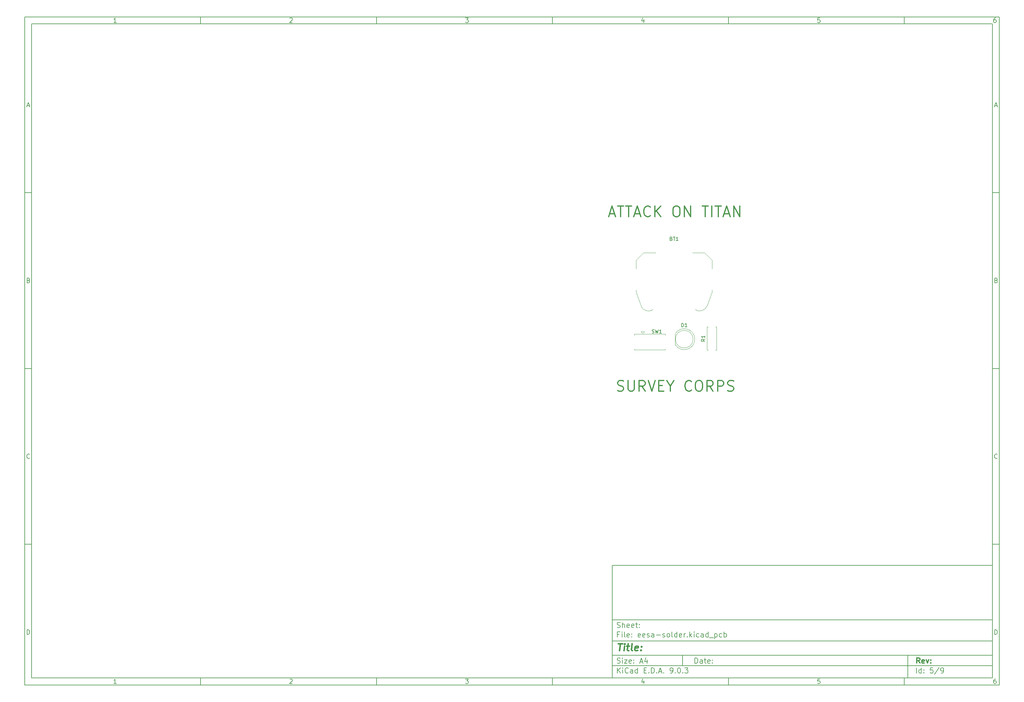
<source format=gbr>
%TF.GenerationSoftware,KiCad,Pcbnew,9.0.3*%
%TF.CreationDate,2025-07-28T16:08:30-05:00*%
%TF.ProjectId,eesa-solder,65657361-2d73-46f6-9c64-65722e6b6963,rev?*%
%TF.SameCoordinates,Original*%
%TF.FileFunction,Legend,Top*%
%TF.FilePolarity,Positive*%
%FSLAX46Y46*%
G04 Gerber Fmt 4.6, Leading zero omitted, Abs format (unit mm)*
G04 Created by KiCad (PCBNEW 9.0.3) date 2025-07-28 16:08:30*
%MOMM*%
%LPD*%
G01*
G04 APERTURE LIST*
%ADD10C,0.100000*%
%ADD11C,0.150000*%
%ADD12C,0.300000*%
%ADD13C,0.400000*%
%ADD14C,0.120000*%
G04 APERTURE END LIST*
D10*
D11*
X177002200Y-166007200D02*
X285002200Y-166007200D01*
X285002200Y-198007200D01*
X177002200Y-198007200D01*
X177002200Y-166007200D01*
D10*
D11*
X10000000Y-10000000D02*
X287002200Y-10000000D01*
X287002200Y-200007200D01*
X10000000Y-200007200D01*
X10000000Y-10000000D01*
D10*
D11*
X12000000Y-12000000D02*
X285002200Y-12000000D01*
X285002200Y-198007200D01*
X12000000Y-198007200D01*
X12000000Y-12000000D01*
D10*
D11*
X60000000Y-12000000D02*
X60000000Y-10000000D01*
D10*
D11*
X110000000Y-12000000D02*
X110000000Y-10000000D01*
D10*
D11*
X160000000Y-12000000D02*
X160000000Y-10000000D01*
D10*
D11*
X210000000Y-12000000D02*
X210000000Y-10000000D01*
D10*
D11*
X260000000Y-12000000D02*
X260000000Y-10000000D01*
D10*
D11*
X36089160Y-11593604D02*
X35346303Y-11593604D01*
X35717731Y-11593604D02*
X35717731Y-10293604D01*
X35717731Y-10293604D02*
X35593922Y-10479319D01*
X35593922Y-10479319D02*
X35470112Y-10603128D01*
X35470112Y-10603128D02*
X35346303Y-10665033D01*
D10*
D11*
X85346303Y-10417414D02*
X85408207Y-10355509D01*
X85408207Y-10355509D02*
X85532017Y-10293604D01*
X85532017Y-10293604D02*
X85841541Y-10293604D01*
X85841541Y-10293604D02*
X85965350Y-10355509D01*
X85965350Y-10355509D02*
X86027255Y-10417414D01*
X86027255Y-10417414D02*
X86089160Y-10541223D01*
X86089160Y-10541223D02*
X86089160Y-10665033D01*
X86089160Y-10665033D02*
X86027255Y-10850747D01*
X86027255Y-10850747D02*
X85284398Y-11593604D01*
X85284398Y-11593604D02*
X86089160Y-11593604D01*
D10*
D11*
X135284398Y-10293604D02*
X136089160Y-10293604D01*
X136089160Y-10293604D02*
X135655826Y-10788842D01*
X135655826Y-10788842D02*
X135841541Y-10788842D01*
X135841541Y-10788842D02*
X135965350Y-10850747D01*
X135965350Y-10850747D02*
X136027255Y-10912652D01*
X136027255Y-10912652D02*
X136089160Y-11036461D01*
X136089160Y-11036461D02*
X136089160Y-11345985D01*
X136089160Y-11345985D02*
X136027255Y-11469795D01*
X136027255Y-11469795D02*
X135965350Y-11531700D01*
X135965350Y-11531700D02*
X135841541Y-11593604D01*
X135841541Y-11593604D02*
X135470112Y-11593604D01*
X135470112Y-11593604D02*
X135346303Y-11531700D01*
X135346303Y-11531700D02*
X135284398Y-11469795D01*
D10*
D11*
X185965350Y-10726938D02*
X185965350Y-11593604D01*
X185655826Y-10231700D02*
X185346303Y-11160271D01*
X185346303Y-11160271D02*
X186151064Y-11160271D01*
D10*
D11*
X236027255Y-10293604D02*
X235408207Y-10293604D01*
X235408207Y-10293604D02*
X235346303Y-10912652D01*
X235346303Y-10912652D02*
X235408207Y-10850747D01*
X235408207Y-10850747D02*
X235532017Y-10788842D01*
X235532017Y-10788842D02*
X235841541Y-10788842D01*
X235841541Y-10788842D02*
X235965350Y-10850747D01*
X235965350Y-10850747D02*
X236027255Y-10912652D01*
X236027255Y-10912652D02*
X236089160Y-11036461D01*
X236089160Y-11036461D02*
X236089160Y-11345985D01*
X236089160Y-11345985D02*
X236027255Y-11469795D01*
X236027255Y-11469795D02*
X235965350Y-11531700D01*
X235965350Y-11531700D02*
X235841541Y-11593604D01*
X235841541Y-11593604D02*
X235532017Y-11593604D01*
X235532017Y-11593604D02*
X235408207Y-11531700D01*
X235408207Y-11531700D02*
X235346303Y-11469795D01*
D10*
D11*
X285965350Y-10293604D02*
X285717731Y-10293604D01*
X285717731Y-10293604D02*
X285593922Y-10355509D01*
X285593922Y-10355509D02*
X285532017Y-10417414D01*
X285532017Y-10417414D02*
X285408207Y-10603128D01*
X285408207Y-10603128D02*
X285346303Y-10850747D01*
X285346303Y-10850747D02*
X285346303Y-11345985D01*
X285346303Y-11345985D02*
X285408207Y-11469795D01*
X285408207Y-11469795D02*
X285470112Y-11531700D01*
X285470112Y-11531700D02*
X285593922Y-11593604D01*
X285593922Y-11593604D02*
X285841541Y-11593604D01*
X285841541Y-11593604D02*
X285965350Y-11531700D01*
X285965350Y-11531700D02*
X286027255Y-11469795D01*
X286027255Y-11469795D02*
X286089160Y-11345985D01*
X286089160Y-11345985D02*
X286089160Y-11036461D01*
X286089160Y-11036461D02*
X286027255Y-10912652D01*
X286027255Y-10912652D02*
X285965350Y-10850747D01*
X285965350Y-10850747D02*
X285841541Y-10788842D01*
X285841541Y-10788842D02*
X285593922Y-10788842D01*
X285593922Y-10788842D02*
X285470112Y-10850747D01*
X285470112Y-10850747D02*
X285408207Y-10912652D01*
X285408207Y-10912652D02*
X285346303Y-11036461D01*
D10*
D11*
X60000000Y-198007200D02*
X60000000Y-200007200D01*
D10*
D11*
X110000000Y-198007200D02*
X110000000Y-200007200D01*
D10*
D11*
X160000000Y-198007200D02*
X160000000Y-200007200D01*
D10*
D11*
X210000000Y-198007200D02*
X210000000Y-200007200D01*
D10*
D11*
X260000000Y-198007200D02*
X260000000Y-200007200D01*
D10*
D11*
X36089160Y-199600804D02*
X35346303Y-199600804D01*
X35717731Y-199600804D02*
X35717731Y-198300804D01*
X35717731Y-198300804D02*
X35593922Y-198486519D01*
X35593922Y-198486519D02*
X35470112Y-198610328D01*
X35470112Y-198610328D02*
X35346303Y-198672233D01*
D10*
D11*
X85346303Y-198424614D02*
X85408207Y-198362709D01*
X85408207Y-198362709D02*
X85532017Y-198300804D01*
X85532017Y-198300804D02*
X85841541Y-198300804D01*
X85841541Y-198300804D02*
X85965350Y-198362709D01*
X85965350Y-198362709D02*
X86027255Y-198424614D01*
X86027255Y-198424614D02*
X86089160Y-198548423D01*
X86089160Y-198548423D02*
X86089160Y-198672233D01*
X86089160Y-198672233D02*
X86027255Y-198857947D01*
X86027255Y-198857947D02*
X85284398Y-199600804D01*
X85284398Y-199600804D02*
X86089160Y-199600804D01*
D10*
D11*
X135284398Y-198300804D02*
X136089160Y-198300804D01*
X136089160Y-198300804D02*
X135655826Y-198796042D01*
X135655826Y-198796042D02*
X135841541Y-198796042D01*
X135841541Y-198796042D02*
X135965350Y-198857947D01*
X135965350Y-198857947D02*
X136027255Y-198919852D01*
X136027255Y-198919852D02*
X136089160Y-199043661D01*
X136089160Y-199043661D02*
X136089160Y-199353185D01*
X136089160Y-199353185D02*
X136027255Y-199476995D01*
X136027255Y-199476995D02*
X135965350Y-199538900D01*
X135965350Y-199538900D02*
X135841541Y-199600804D01*
X135841541Y-199600804D02*
X135470112Y-199600804D01*
X135470112Y-199600804D02*
X135346303Y-199538900D01*
X135346303Y-199538900D02*
X135284398Y-199476995D01*
D10*
D11*
X185965350Y-198734138D02*
X185965350Y-199600804D01*
X185655826Y-198238900D02*
X185346303Y-199167471D01*
X185346303Y-199167471D02*
X186151064Y-199167471D01*
D10*
D11*
X236027255Y-198300804D02*
X235408207Y-198300804D01*
X235408207Y-198300804D02*
X235346303Y-198919852D01*
X235346303Y-198919852D02*
X235408207Y-198857947D01*
X235408207Y-198857947D02*
X235532017Y-198796042D01*
X235532017Y-198796042D02*
X235841541Y-198796042D01*
X235841541Y-198796042D02*
X235965350Y-198857947D01*
X235965350Y-198857947D02*
X236027255Y-198919852D01*
X236027255Y-198919852D02*
X236089160Y-199043661D01*
X236089160Y-199043661D02*
X236089160Y-199353185D01*
X236089160Y-199353185D02*
X236027255Y-199476995D01*
X236027255Y-199476995D02*
X235965350Y-199538900D01*
X235965350Y-199538900D02*
X235841541Y-199600804D01*
X235841541Y-199600804D02*
X235532017Y-199600804D01*
X235532017Y-199600804D02*
X235408207Y-199538900D01*
X235408207Y-199538900D02*
X235346303Y-199476995D01*
D10*
D11*
X285965350Y-198300804D02*
X285717731Y-198300804D01*
X285717731Y-198300804D02*
X285593922Y-198362709D01*
X285593922Y-198362709D02*
X285532017Y-198424614D01*
X285532017Y-198424614D02*
X285408207Y-198610328D01*
X285408207Y-198610328D02*
X285346303Y-198857947D01*
X285346303Y-198857947D02*
X285346303Y-199353185D01*
X285346303Y-199353185D02*
X285408207Y-199476995D01*
X285408207Y-199476995D02*
X285470112Y-199538900D01*
X285470112Y-199538900D02*
X285593922Y-199600804D01*
X285593922Y-199600804D02*
X285841541Y-199600804D01*
X285841541Y-199600804D02*
X285965350Y-199538900D01*
X285965350Y-199538900D02*
X286027255Y-199476995D01*
X286027255Y-199476995D02*
X286089160Y-199353185D01*
X286089160Y-199353185D02*
X286089160Y-199043661D01*
X286089160Y-199043661D02*
X286027255Y-198919852D01*
X286027255Y-198919852D02*
X285965350Y-198857947D01*
X285965350Y-198857947D02*
X285841541Y-198796042D01*
X285841541Y-198796042D02*
X285593922Y-198796042D01*
X285593922Y-198796042D02*
X285470112Y-198857947D01*
X285470112Y-198857947D02*
X285408207Y-198919852D01*
X285408207Y-198919852D02*
X285346303Y-199043661D01*
D10*
D11*
X10000000Y-60000000D02*
X12000000Y-60000000D01*
D10*
D11*
X10000000Y-110000000D02*
X12000000Y-110000000D01*
D10*
D11*
X10000000Y-160000000D02*
X12000000Y-160000000D01*
D10*
D11*
X10690476Y-35222176D02*
X11309523Y-35222176D01*
X10566666Y-35593604D02*
X10999999Y-34293604D01*
X10999999Y-34293604D02*
X11433333Y-35593604D01*
D10*
D11*
X11092857Y-84912652D02*
X11278571Y-84974557D01*
X11278571Y-84974557D02*
X11340476Y-85036461D01*
X11340476Y-85036461D02*
X11402380Y-85160271D01*
X11402380Y-85160271D02*
X11402380Y-85345985D01*
X11402380Y-85345985D02*
X11340476Y-85469795D01*
X11340476Y-85469795D02*
X11278571Y-85531700D01*
X11278571Y-85531700D02*
X11154761Y-85593604D01*
X11154761Y-85593604D02*
X10659523Y-85593604D01*
X10659523Y-85593604D02*
X10659523Y-84293604D01*
X10659523Y-84293604D02*
X11092857Y-84293604D01*
X11092857Y-84293604D02*
X11216666Y-84355509D01*
X11216666Y-84355509D02*
X11278571Y-84417414D01*
X11278571Y-84417414D02*
X11340476Y-84541223D01*
X11340476Y-84541223D02*
X11340476Y-84665033D01*
X11340476Y-84665033D02*
X11278571Y-84788842D01*
X11278571Y-84788842D02*
X11216666Y-84850747D01*
X11216666Y-84850747D02*
X11092857Y-84912652D01*
X11092857Y-84912652D02*
X10659523Y-84912652D01*
D10*
D11*
X11402380Y-135469795D02*
X11340476Y-135531700D01*
X11340476Y-135531700D02*
X11154761Y-135593604D01*
X11154761Y-135593604D02*
X11030952Y-135593604D01*
X11030952Y-135593604D02*
X10845238Y-135531700D01*
X10845238Y-135531700D02*
X10721428Y-135407890D01*
X10721428Y-135407890D02*
X10659523Y-135284080D01*
X10659523Y-135284080D02*
X10597619Y-135036461D01*
X10597619Y-135036461D02*
X10597619Y-134850747D01*
X10597619Y-134850747D02*
X10659523Y-134603128D01*
X10659523Y-134603128D02*
X10721428Y-134479319D01*
X10721428Y-134479319D02*
X10845238Y-134355509D01*
X10845238Y-134355509D02*
X11030952Y-134293604D01*
X11030952Y-134293604D02*
X11154761Y-134293604D01*
X11154761Y-134293604D02*
X11340476Y-134355509D01*
X11340476Y-134355509D02*
X11402380Y-134417414D01*
D10*
D11*
X10659523Y-185593604D02*
X10659523Y-184293604D01*
X10659523Y-184293604D02*
X10969047Y-184293604D01*
X10969047Y-184293604D02*
X11154761Y-184355509D01*
X11154761Y-184355509D02*
X11278571Y-184479319D01*
X11278571Y-184479319D02*
X11340476Y-184603128D01*
X11340476Y-184603128D02*
X11402380Y-184850747D01*
X11402380Y-184850747D02*
X11402380Y-185036461D01*
X11402380Y-185036461D02*
X11340476Y-185284080D01*
X11340476Y-185284080D02*
X11278571Y-185407890D01*
X11278571Y-185407890D02*
X11154761Y-185531700D01*
X11154761Y-185531700D02*
X10969047Y-185593604D01*
X10969047Y-185593604D02*
X10659523Y-185593604D01*
D10*
D11*
X287002200Y-60000000D02*
X285002200Y-60000000D01*
D10*
D11*
X287002200Y-110000000D02*
X285002200Y-110000000D01*
D10*
D11*
X287002200Y-160000000D02*
X285002200Y-160000000D01*
D10*
D11*
X285692676Y-35222176D02*
X286311723Y-35222176D01*
X285568866Y-35593604D02*
X286002199Y-34293604D01*
X286002199Y-34293604D02*
X286435533Y-35593604D01*
D10*
D11*
X286095057Y-84912652D02*
X286280771Y-84974557D01*
X286280771Y-84974557D02*
X286342676Y-85036461D01*
X286342676Y-85036461D02*
X286404580Y-85160271D01*
X286404580Y-85160271D02*
X286404580Y-85345985D01*
X286404580Y-85345985D02*
X286342676Y-85469795D01*
X286342676Y-85469795D02*
X286280771Y-85531700D01*
X286280771Y-85531700D02*
X286156961Y-85593604D01*
X286156961Y-85593604D02*
X285661723Y-85593604D01*
X285661723Y-85593604D02*
X285661723Y-84293604D01*
X285661723Y-84293604D02*
X286095057Y-84293604D01*
X286095057Y-84293604D02*
X286218866Y-84355509D01*
X286218866Y-84355509D02*
X286280771Y-84417414D01*
X286280771Y-84417414D02*
X286342676Y-84541223D01*
X286342676Y-84541223D02*
X286342676Y-84665033D01*
X286342676Y-84665033D02*
X286280771Y-84788842D01*
X286280771Y-84788842D02*
X286218866Y-84850747D01*
X286218866Y-84850747D02*
X286095057Y-84912652D01*
X286095057Y-84912652D02*
X285661723Y-84912652D01*
D10*
D11*
X286404580Y-135469795D02*
X286342676Y-135531700D01*
X286342676Y-135531700D02*
X286156961Y-135593604D01*
X286156961Y-135593604D02*
X286033152Y-135593604D01*
X286033152Y-135593604D02*
X285847438Y-135531700D01*
X285847438Y-135531700D02*
X285723628Y-135407890D01*
X285723628Y-135407890D02*
X285661723Y-135284080D01*
X285661723Y-135284080D02*
X285599819Y-135036461D01*
X285599819Y-135036461D02*
X285599819Y-134850747D01*
X285599819Y-134850747D02*
X285661723Y-134603128D01*
X285661723Y-134603128D02*
X285723628Y-134479319D01*
X285723628Y-134479319D02*
X285847438Y-134355509D01*
X285847438Y-134355509D02*
X286033152Y-134293604D01*
X286033152Y-134293604D02*
X286156961Y-134293604D01*
X286156961Y-134293604D02*
X286342676Y-134355509D01*
X286342676Y-134355509D02*
X286404580Y-134417414D01*
D10*
D11*
X285661723Y-185593604D02*
X285661723Y-184293604D01*
X285661723Y-184293604D02*
X285971247Y-184293604D01*
X285971247Y-184293604D02*
X286156961Y-184355509D01*
X286156961Y-184355509D02*
X286280771Y-184479319D01*
X286280771Y-184479319D02*
X286342676Y-184603128D01*
X286342676Y-184603128D02*
X286404580Y-184850747D01*
X286404580Y-184850747D02*
X286404580Y-185036461D01*
X286404580Y-185036461D02*
X286342676Y-185284080D01*
X286342676Y-185284080D02*
X286280771Y-185407890D01*
X286280771Y-185407890D02*
X286156961Y-185531700D01*
X286156961Y-185531700D02*
X285971247Y-185593604D01*
X285971247Y-185593604D02*
X285661723Y-185593604D01*
D10*
D11*
X200458026Y-193793328D02*
X200458026Y-192293328D01*
X200458026Y-192293328D02*
X200815169Y-192293328D01*
X200815169Y-192293328D02*
X201029455Y-192364757D01*
X201029455Y-192364757D02*
X201172312Y-192507614D01*
X201172312Y-192507614D02*
X201243741Y-192650471D01*
X201243741Y-192650471D02*
X201315169Y-192936185D01*
X201315169Y-192936185D02*
X201315169Y-193150471D01*
X201315169Y-193150471D02*
X201243741Y-193436185D01*
X201243741Y-193436185D02*
X201172312Y-193579042D01*
X201172312Y-193579042D02*
X201029455Y-193721900D01*
X201029455Y-193721900D02*
X200815169Y-193793328D01*
X200815169Y-193793328D02*
X200458026Y-193793328D01*
X202600884Y-193793328D02*
X202600884Y-193007614D01*
X202600884Y-193007614D02*
X202529455Y-192864757D01*
X202529455Y-192864757D02*
X202386598Y-192793328D01*
X202386598Y-192793328D02*
X202100884Y-192793328D01*
X202100884Y-192793328D02*
X201958026Y-192864757D01*
X202600884Y-193721900D02*
X202458026Y-193793328D01*
X202458026Y-193793328D02*
X202100884Y-193793328D01*
X202100884Y-193793328D02*
X201958026Y-193721900D01*
X201958026Y-193721900D02*
X201886598Y-193579042D01*
X201886598Y-193579042D02*
X201886598Y-193436185D01*
X201886598Y-193436185D02*
X201958026Y-193293328D01*
X201958026Y-193293328D02*
X202100884Y-193221900D01*
X202100884Y-193221900D02*
X202458026Y-193221900D01*
X202458026Y-193221900D02*
X202600884Y-193150471D01*
X203100884Y-192793328D02*
X203672312Y-192793328D01*
X203315169Y-192293328D02*
X203315169Y-193579042D01*
X203315169Y-193579042D02*
X203386598Y-193721900D01*
X203386598Y-193721900D02*
X203529455Y-193793328D01*
X203529455Y-193793328D02*
X203672312Y-193793328D01*
X204743741Y-193721900D02*
X204600884Y-193793328D01*
X204600884Y-193793328D02*
X204315170Y-193793328D01*
X204315170Y-193793328D02*
X204172312Y-193721900D01*
X204172312Y-193721900D02*
X204100884Y-193579042D01*
X204100884Y-193579042D02*
X204100884Y-193007614D01*
X204100884Y-193007614D02*
X204172312Y-192864757D01*
X204172312Y-192864757D02*
X204315170Y-192793328D01*
X204315170Y-192793328D02*
X204600884Y-192793328D01*
X204600884Y-192793328D02*
X204743741Y-192864757D01*
X204743741Y-192864757D02*
X204815170Y-193007614D01*
X204815170Y-193007614D02*
X204815170Y-193150471D01*
X204815170Y-193150471D02*
X204100884Y-193293328D01*
X205458026Y-193650471D02*
X205529455Y-193721900D01*
X205529455Y-193721900D02*
X205458026Y-193793328D01*
X205458026Y-193793328D02*
X205386598Y-193721900D01*
X205386598Y-193721900D02*
X205458026Y-193650471D01*
X205458026Y-193650471D02*
X205458026Y-193793328D01*
X205458026Y-192864757D02*
X205529455Y-192936185D01*
X205529455Y-192936185D02*
X205458026Y-193007614D01*
X205458026Y-193007614D02*
X205386598Y-192936185D01*
X205386598Y-192936185D02*
X205458026Y-192864757D01*
X205458026Y-192864757D02*
X205458026Y-193007614D01*
D10*
D11*
X177002200Y-194507200D02*
X285002200Y-194507200D01*
D10*
D11*
X178458026Y-196593328D02*
X178458026Y-195093328D01*
X179315169Y-196593328D02*
X178672312Y-195736185D01*
X179315169Y-195093328D02*
X178458026Y-195950471D01*
X179958026Y-196593328D02*
X179958026Y-195593328D01*
X179958026Y-195093328D02*
X179886598Y-195164757D01*
X179886598Y-195164757D02*
X179958026Y-195236185D01*
X179958026Y-195236185D02*
X180029455Y-195164757D01*
X180029455Y-195164757D02*
X179958026Y-195093328D01*
X179958026Y-195093328D02*
X179958026Y-195236185D01*
X181529455Y-196450471D02*
X181458027Y-196521900D01*
X181458027Y-196521900D02*
X181243741Y-196593328D01*
X181243741Y-196593328D02*
X181100884Y-196593328D01*
X181100884Y-196593328D02*
X180886598Y-196521900D01*
X180886598Y-196521900D02*
X180743741Y-196379042D01*
X180743741Y-196379042D02*
X180672312Y-196236185D01*
X180672312Y-196236185D02*
X180600884Y-195950471D01*
X180600884Y-195950471D02*
X180600884Y-195736185D01*
X180600884Y-195736185D02*
X180672312Y-195450471D01*
X180672312Y-195450471D02*
X180743741Y-195307614D01*
X180743741Y-195307614D02*
X180886598Y-195164757D01*
X180886598Y-195164757D02*
X181100884Y-195093328D01*
X181100884Y-195093328D02*
X181243741Y-195093328D01*
X181243741Y-195093328D02*
X181458027Y-195164757D01*
X181458027Y-195164757D02*
X181529455Y-195236185D01*
X182815170Y-196593328D02*
X182815170Y-195807614D01*
X182815170Y-195807614D02*
X182743741Y-195664757D01*
X182743741Y-195664757D02*
X182600884Y-195593328D01*
X182600884Y-195593328D02*
X182315170Y-195593328D01*
X182315170Y-195593328D02*
X182172312Y-195664757D01*
X182815170Y-196521900D02*
X182672312Y-196593328D01*
X182672312Y-196593328D02*
X182315170Y-196593328D01*
X182315170Y-196593328D02*
X182172312Y-196521900D01*
X182172312Y-196521900D02*
X182100884Y-196379042D01*
X182100884Y-196379042D02*
X182100884Y-196236185D01*
X182100884Y-196236185D02*
X182172312Y-196093328D01*
X182172312Y-196093328D02*
X182315170Y-196021900D01*
X182315170Y-196021900D02*
X182672312Y-196021900D01*
X182672312Y-196021900D02*
X182815170Y-195950471D01*
X184172313Y-196593328D02*
X184172313Y-195093328D01*
X184172313Y-196521900D02*
X184029455Y-196593328D01*
X184029455Y-196593328D02*
X183743741Y-196593328D01*
X183743741Y-196593328D02*
X183600884Y-196521900D01*
X183600884Y-196521900D02*
X183529455Y-196450471D01*
X183529455Y-196450471D02*
X183458027Y-196307614D01*
X183458027Y-196307614D02*
X183458027Y-195879042D01*
X183458027Y-195879042D02*
X183529455Y-195736185D01*
X183529455Y-195736185D02*
X183600884Y-195664757D01*
X183600884Y-195664757D02*
X183743741Y-195593328D01*
X183743741Y-195593328D02*
X184029455Y-195593328D01*
X184029455Y-195593328D02*
X184172313Y-195664757D01*
X186029455Y-195807614D02*
X186529455Y-195807614D01*
X186743741Y-196593328D02*
X186029455Y-196593328D01*
X186029455Y-196593328D02*
X186029455Y-195093328D01*
X186029455Y-195093328D02*
X186743741Y-195093328D01*
X187386598Y-196450471D02*
X187458027Y-196521900D01*
X187458027Y-196521900D02*
X187386598Y-196593328D01*
X187386598Y-196593328D02*
X187315170Y-196521900D01*
X187315170Y-196521900D02*
X187386598Y-196450471D01*
X187386598Y-196450471D02*
X187386598Y-196593328D01*
X188100884Y-196593328D02*
X188100884Y-195093328D01*
X188100884Y-195093328D02*
X188458027Y-195093328D01*
X188458027Y-195093328D02*
X188672313Y-195164757D01*
X188672313Y-195164757D02*
X188815170Y-195307614D01*
X188815170Y-195307614D02*
X188886599Y-195450471D01*
X188886599Y-195450471D02*
X188958027Y-195736185D01*
X188958027Y-195736185D02*
X188958027Y-195950471D01*
X188958027Y-195950471D02*
X188886599Y-196236185D01*
X188886599Y-196236185D02*
X188815170Y-196379042D01*
X188815170Y-196379042D02*
X188672313Y-196521900D01*
X188672313Y-196521900D02*
X188458027Y-196593328D01*
X188458027Y-196593328D02*
X188100884Y-196593328D01*
X189600884Y-196450471D02*
X189672313Y-196521900D01*
X189672313Y-196521900D02*
X189600884Y-196593328D01*
X189600884Y-196593328D02*
X189529456Y-196521900D01*
X189529456Y-196521900D02*
X189600884Y-196450471D01*
X189600884Y-196450471D02*
X189600884Y-196593328D01*
X190243742Y-196164757D02*
X190958028Y-196164757D01*
X190100885Y-196593328D02*
X190600885Y-195093328D01*
X190600885Y-195093328D02*
X191100885Y-196593328D01*
X191600884Y-196450471D02*
X191672313Y-196521900D01*
X191672313Y-196521900D02*
X191600884Y-196593328D01*
X191600884Y-196593328D02*
X191529456Y-196521900D01*
X191529456Y-196521900D02*
X191600884Y-196450471D01*
X191600884Y-196450471D02*
X191600884Y-196593328D01*
X193529456Y-196593328D02*
X193815170Y-196593328D01*
X193815170Y-196593328D02*
X193958027Y-196521900D01*
X193958027Y-196521900D02*
X194029456Y-196450471D01*
X194029456Y-196450471D02*
X194172313Y-196236185D01*
X194172313Y-196236185D02*
X194243742Y-195950471D01*
X194243742Y-195950471D02*
X194243742Y-195379042D01*
X194243742Y-195379042D02*
X194172313Y-195236185D01*
X194172313Y-195236185D02*
X194100885Y-195164757D01*
X194100885Y-195164757D02*
X193958027Y-195093328D01*
X193958027Y-195093328D02*
X193672313Y-195093328D01*
X193672313Y-195093328D02*
X193529456Y-195164757D01*
X193529456Y-195164757D02*
X193458027Y-195236185D01*
X193458027Y-195236185D02*
X193386599Y-195379042D01*
X193386599Y-195379042D02*
X193386599Y-195736185D01*
X193386599Y-195736185D02*
X193458027Y-195879042D01*
X193458027Y-195879042D02*
X193529456Y-195950471D01*
X193529456Y-195950471D02*
X193672313Y-196021900D01*
X193672313Y-196021900D02*
X193958027Y-196021900D01*
X193958027Y-196021900D02*
X194100885Y-195950471D01*
X194100885Y-195950471D02*
X194172313Y-195879042D01*
X194172313Y-195879042D02*
X194243742Y-195736185D01*
X194886598Y-196450471D02*
X194958027Y-196521900D01*
X194958027Y-196521900D02*
X194886598Y-196593328D01*
X194886598Y-196593328D02*
X194815170Y-196521900D01*
X194815170Y-196521900D02*
X194886598Y-196450471D01*
X194886598Y-196450471D02*
X194886598Y-196593328D01*
X195886599Y-195093328D02*
X196029456Y-195093328D01*
X196029456Y-195093328D02*
X196172313Y-195164757D01*
X196172313Y-195164757D02*
X196243742Y-195236185D01*
X196243742Y-195236185D02*
X196315170Y-195379042D01*
X196315170Y-195379042D02*
X196386599Y-195664757D01*
X196386599Y-195664757D02*
X196386599Y-196021900D01*
X196386599Y-196021900D02*
X196315170Y-196307614D01*
X196315170Y-196307614D02*
X196243742Y-196450471D01*
X196243742Y-196450471D02*
X196172313Y-196521900D01*
X196172313Y-196521900D02*
X196029456Y-196593328D01*
X196029456Y-196593328D02*
X195886599Y-196593328D01*
X195886599Y-196593328D02*
X195743742Y-196521900D01*
X195743742Y-196521900D02*
X195672313Y-196450471D01*
X195672313Y-196450471D02*
X195600884Y-196307614D01*
X195600884Y-196307614D02*
X195529456Y-196021900D01*
X195529456Y-196021900D02*
X195529456Y-195664757D01*
X195529456Y-195664757D02*
X195600884Y-195379042D01*
X195600884Y-195379042D02*
X195672313Y-195236185D01*
X195672313Y-195236185D02*
X195743742Y-195164757D01*
X195743742Y-195164757D02*
X195886599Y-195093328D01*
X197029455Y-196450471D02*
X197100884Y-196521900D01*
X197100884Y-196521900D02*
X197029455Y-196593328D01*
X197029455Y-196593328D02*
X196958027Y-196521900D01*
X196958027Y-196521900D02*
X197029455Y-196450471D01*
X197029455Y-196450471D02*
X197029455Y-196593328D01*
X197600884Y-195093328D02*
X198529456Y-195093328D01*
X198529456Y-195093328D02*
X198029456Y-195664757D01*
X198029456Y-195664757D02*
X198243741Y-195664757D01*
X198243741Y-195664757D02*
X198386599Y-195736185D01*
X198386599Y-195736185D02*
X198458027Y-195807614D01*
X198458027Y-195807614D02*
X198529456Y-195950471D01*
X198529456Y-195950471D02*
X198529456Y-196307614D01*
X198529456Y-196307614D02*
X198458027Y-196450471D01*
X198458027Y-196450471D02*
X198386599Y-196521900D01*
X198386599Y-196521900D02*
X198243741Y-196593328D01*
X198243741Y-196593328D02*
X197815170Y-196593328D01*
X197815170Y-196593328D02*
X197672313Y-196521900D01*
X197672313Y-196521900D02*
X197600884Y-196450471D01*
D10*
D11*
X177002200Y-191507200D02*
X285002200Y-191507200D01*
D10*
D12*
X264413853Y-193785528D02*
X263913853Y-193071242D01*
X263556710Y-193785528D02*
X263556710Y-192285528D01*
X263556710Y-192285528D02*
X264128139Y-192285528D01*
X264128139Y-192285528D02*
X264270996Y-192356957D01*
X264270996Y-192356957D02*
X264342425Y-192428385D01*
X264342425Y-192428385D02*
X264413853Y-192571242D01*
X264413853Y-192571242D02*
X264413853Y-192785528D01*
X264413853Y-192785528D02*
X264342425Y-192928385D01*
X264342425Y-192928385D02*
X264270996Y-192999814D01*
X264270996Y-192999814D02*
X264128139Y-193071242D01*
X264128139Y-193071242D02*
X263556710Y-193071242D01*
X265628139Y-193714100D02*
X265485282Y-193785528D01*
X265485282Y-193785528D02*
X265199568Y-193785528D01*
X265199568Y-193785528D02*
X265056710Y-193714100D01*
X265056710Y-193714100D02*
X264985282Y-193571242D01*
X264985282Y-193571242D02*
X264985282Y-192999814D01*
X264985282Y-192999814D02*
X265056710Y-192856957D01*
X265056710Y-192856957D02*
X265199568Y-192785528D01*
X265199568Y-192785528D02*
X265485282Y-192785528D01*
X265485282Y-192785528D02*
X265628139Y-192856957D01*
X265628139Y-192856957D02*
X265699568Y-192999814D01*
X265699568Y-192999814D02*
X265699568Y-193142671D01*
X265699568Y-193142671D02*
X264985282Y-193285528D01*
X266199567Y-192785528D02*
X266556710Y-193785528D01*
X266556710Y-193785528D02*
X266913853Y-192785528D01*
X267485281Y-193642671D02*
X267556710Y-193714100D01*
X267556710Y-193714100D02*
X267485281Y-193785528D01*
X267485281Y-193785528D02*
X267413853Y-193714100D01*
X267413853Y-193714100D02*
X267485281Y-193642671D01*
X267485281Y-193642671D02*
X267485281Y-193785528D01*
X267485281Y-192856957D02*
X267556710Y-192928385D01*
X267556710Y-192928385D02*
X267485281Y-192999814D01*
X267485281Y-192999814D02*
X267413853Y-192928385D01*
X267413853Y-192928385D02*
X267485281Y-192856957D01*
X267485281Y-192856957D02*
X267485281Y-192999814D01*
D10*
D11*
X178386598Y-193721900D02*
X178600884Y-193793328D01*
X178600884Y-193793328D02*
X178958026Y-193793328D01*
X178958026Y-193793328D02*
X179100884Y-193721900D01*
X179100884Y-193721900D02*
X179172312Y-193650471D01*
X179172312Y-193650471D02*
X179243741Y-193507614D01*
X179243741Y-193507614D02*
X179243741Y-193364757D01*
X179243741Y-193364757D02*
X179172312Y-193221900D01*
X179172312Y-193221900D02*
X179100884Y-193150471D01*
X179100884Y-193150471D02*
X178958026Y-193079042D01*
X178958026Y-193079042D02*
X178672312Y-193007614D01*
X178672312Y-193007614D02*
X178529455Y-192936185D01*
X178529455Y-192936185D02*
X178458026Y-192864757D01*
X178458026Y-192864757D02*
X178386598Y-192721900D01*
X178386598Y-192721900D02*
X178386598Y-192579042D01*
X178386598Y-192579042D02*
X178458026Y-192436185D01*
X178458026Y-192436185D02*
X178529455Y-192364757D01*
X178529455Y-192364757D02*
X178672312Y-192293328D01*
X178672312Y-192293328D02*
X179029455Y-192293328D01*
X179029455Y-192293328D02*
X179243741Y-192364757D01*
X179886597Y-193793328D02*
X179886597Y-192793328D01*
X179886597Y-192293328D02*
X179815169Y-192364757D01*
X179815169Y-192364757D02*
X179886597Y-192436185D01*
X179886597Y-192436185D02*
X179958026Y-192364757D01*
X179958026Y-192364757D02*
X179886597Y-192293328D01*
X179886597Y-192293328D02*
X179886597Y-192436185D01*
X180458026Y-192793328D02*
X181243741Y-192793328D01*
X181243741Y-192793328D02*
X180458026Y-193793328D01*
X180458026Y-193793328D02*
X181243741Y-193793328D01*
X182386598Y-193721900D02*
X182243741Y-193793328D01*
X182243741Y-193793328D02*
X181958027Y-193793328D01*
X181958027Y-193793328D02*
X181815169Y-193721900D01*
X181815169Y-193721900D02*
X181743741Y-193579042D01*
X181743741Y-193579042D02*
X181743741Y-193007614D01*
X181743741Y-193007614D02*
X181815169Y-192864757D01*
X181815169Y-192864757D02*
X181958027Y-192793328D01*
X181958027Y-192793328D02*
X182243741Y-192793328D01*
X182243741Y-192793328D02*
X182386598Y-192864757D01*
X182386598Y-192864757D02*
X182458027Y-193007614D01*
X182458027Y-193007614D02*
X182458027Y-193150471D01*
X182458027Y-193150471D02*
X181743741Y-193293328D01*
X183100883Y-193650471D02*
X183172312Y-193721900D01*
X183172312Y-193721900D02*
X183100883Y-193793328D01*
X183100883Y-193793328D02*
X183029455Y-193721900D01*
X183029455Y-193721900D02*
X183100883Y-193650471D01*
X183100883Y-193650471D02*
X183100883Y-193793328D01*
X183100883Y-192864757D02*
X183172312Y-192936185D01*
X183172312Y-192936185D02*
X183100883Y-193007614D01*
X183100883Y-193007614D02*
X183029455Y-192936185D01*
X183029455Y-192936185D02*
X183100883Y-192864757D01*
X183100883Y-192864757D02*
X183100883Y-193007614D01*
X184886598Y-193364757D02*
X185600884Y-193364757D01*
X184743741Y-193793328D02*
X185243741Y-192293328D01*
X185243741Y-192293328D02*
X185743741Y-193793328D01*
X186886598Y-192793328D02*
X186886598Y-193793328D01*
X186529455Y-192221900D02*
X186172312Y-193293328D01*
X186172312Y-193293328D02*
X187100883Y-193293328D01*
D10*
D11*
X263458026Y-196593328D02*
X263458026Y-195093328D01*
X264815170Y-196593328D02*
X264815170Y-195093328D01*
X264815170Y-196521900D02*
X264672312Y-196593328D01*
X264672312Y-196593328D02*
X264386598Y-196593328D01*
X264386598Y-196593328D02*
X264243741Y-196521900D01*
X264243741Y-196521900D02*
X264172312Y-196450471D01*
X264172312Y-196450471D02*
X264100884Y-196307614D01*
X264100884Y-196307614D02*
X264100884Y-195879042D01*
X264100884Y-195879042D02*
X264172312Y-195736185D01*
X264172312Y-195736185D02*
X264243741Y-195664757D01*
X264243741Y-195664757D02*
X264386598Y-195593328D01*
X264386598Y-195593328D02*
X264672312Y-195593328D01*
X264672312Y-195593328D02*
X264815170Y-195664757D01*
X265529455Y-196450471D02*
X265600884Y-196521900D01*
X265600884Y-196521900D02*
X265529455Y-196593328D01*
X265529455Y-196593328D02*
X265458027Y-196521900D01*
X265458027Y-196521900D02*
X265529455Y-196450471D01*
X265529455Y-196450471D02*
X265529455Y-196593328D01*
X265529455Y-195664757D02*
X265600884Y-195736185D01*
X265600884Y-195736185D02*
X265529455Y-195807614D01*
X265529455Y-195807614D02*
X265458027Y-195736185D01*
X265458027Y-195736185D02*
X265529455Y-195664757D01*
X265529455Y-195664757D02*
X265529455Y-195807614D01*
X268100884Y-195093328D02*
X267386598Y-195093328D01*
X267386598Y-195093328D02*
X267315170Y-195807614D01*
X267315170Y-195807614D02*
X267386598Y-195736185D01*
X267386598Y-195736185D02*
X267529456Y-195664757D01*
X267529456Y-195664757D02*
X267886598Y-195664757D01*
X267886598Y-195664757D02*
X268029456Y-195736185D01*
X268029456Y-195736185D02*
X268100884Y-195807614D01*
X268100884Y-195807614D02*
X268172313Y-195950471D01*
X268172313Y-195950471D02*
X268172313Y-196307614D01*
X268172313Y-196307614D02*
X268100884Y-196450471D01*
X268100884Y-196450471D02*
X268029456Y-196521900D01*
X268029456Y-196521900D02*
X267886598Y-196593328D01*
X267886598Y-196593328D02*
X267529456Y-196593328D01*
X267529456Y-196593328D02*
X267386598Y-196521900D01*
X267386598Y-196521900D02*
X267315170Y-196450471D01*
X269886598Y-195021900D02*
X268600884Y-196950471D01*
X270458027Y-196593328D02*
X270743741Y-196593328D01*
X270743741Y-196593328D02*
X270886598Y-196521900D01*
X270886598Y-196521900D02*
X270958027Y-196450471D01*
X270958027Y-196450471D02*
X271100884Y-196236185D01*
X271100884Y-196236185D02*
X271172313Y-195950471D01*
X271172313Y-195950471D02*
X271172313Y-195379042D01*
X271172313Y-195379042D02*
X271100884Y-195236185D01*
X271100884Y-195236185D02*
X271029456Y-195164757D01*
X271029456Y-195164757D02*
X270886598Y-195093328D01*
X270886598Y-195093328D02*
X270600884Y-195093328D01*
X270600884Y-195093328D02*
X270458027Y-195164757D01*
X270458027Y-195164757D02*
X270386598Y-195236185D01*
X270386598Y-195236185D02*
X270315170Y-195379042D01*
X270315170Y-195379042D02*
X270315170Y-195736185D01*
X270315170Y-195736185D02*
X270386598Y-195879042D01*
X270386598Y-195879042D02*
X270458027Y-195950471D01*
X270458027Y-195950471D02*
X270600884Y-196021900D01*
X270600884Y-196021900D02*
X270886598Y-196021900D01*
X270886598Y-196021900D02*
X271029456Y-195950471D01*
X271029456Y-195950471D02*
X271100884Y-195879042D01*
X271100884Y-195879042D02*
X271172313Y-195736185D01*
D10*
D11*
X177002200Y-187507200D02*
X285002200Y-187507200D01*
D10*
D13*
X178693928Y-188211638D02*
X179836785Y-188211638D01*
X179015357Y-190211638D02*
X179265357Y-188211638D01*
X180253452Y-190211638D02*
X180420119Y-188878304D01*
X180503452Y-188211638D02*
X180396309Y-188306876D01*
X180396309Y-188306876D02*
X180479643Y-188402114D01*
X180479643Y-188402114D02*
X180586786Y-188306876D01*
X180586786Y-188306876D02*
X180503452Y-188211638D01*
X180503452Y-188211638D02*
X180479643Y-188402114D01*
X181086786Y-188878304D02*
X181848690Y-188878304D01*
X181455833Y-188211638D02*
X181241548Y-189925923D01*
X181241548Y-189925923D02*
X181312976Y-190116400D01*
X181312976Y-190116400D02*
X181491548Y-190211638D01*
X181491548Y-190211638D02*
X181682024Y-190211638D01*
X182634405Y-190211638D02*
X182455833Y-190116400D01*
X182455833Y-190116400D02*
X182384405Y-189925923D01*
X182384405Y-189925923D02*
X182598690Y-188211638D01*
X184170119Y-190116400D02*
X183967738Y-190211638D01*
X183967738Y-190211638D02*
X183586785Y-190211638D01*
X183586785Y-190211638D02*
X183408214Y-190116400D01*
X183408214Y-190116400D02*
X183336785Y-189925923D01*
X183336785Y-189925923D02*
X183432024Y-189164019D01*
X183432024Y-189164019D02*
X183551071Y-188973542D01*
X183551071Y-188973542D02*
X183753452Y-188878304D01*
X183753452Y-188878304D02*
X184134404Y-188878304D01*
X184134404Y-188878304D02*
X184312976Y-188973542D01*
X184312976Y-188973542D02*
X184384404Y-189164019D01*
X184384404Y-189164019D02*
X184360595Y-189354495D01*
X184360595Y-189354495D02*
X183384404Y-189544971D01*
X185134405Y-190021161D02*
X185217738Y-190116400D01*
X185217738Y-190116400D02*
X185110595Y-190211638D01*
X185110595Y-190211638D02*
X185027262Y-190116400D01*
X185027262Y-190116400D02*
X185134405Y-190021161D01*
X185134405Y-190021161D02*
X185110595Y-190211638D01*
X185265357Y-188973542D02*
X185348690Y-189068780D01*
X185348690Y-189068780D02*
X185241548Y-189164019D01*
X185241548Y-189164019D02*
X185158214Y-189068780D01*
X185158214Y-189068780D02*
X185265357Y-188973542D01*
X185265357Y-188973542D02*
X185241548Y-189164019D01*
D10*
D11*
X178958026Y-185607614D02*
X178458026Y-185607614D01*
X178458026Y-186393328D02*
X178458026Y-184893328D01*
X178458026Y-184893328D02*
X179172312Y-184893328D01*
X179743740Y-186393328D02*
X179743740Y-185393328D01*
X179743740Y-184893328D02*
X179672312Y-184964757D01*
X179672312Y-184964757D02*
X179743740Y-185036185D01*
X179743740Y-185036185D02*
X179815169Y-184964757D01*
X179815169Y-184964757D02*
X179743740Y-184893328D01*
X179743740Y-184893328D02*
X179743740Y-185036185D01*
X180672312Y-186393328D02*
X180529455Y-186321900D01*
X180529455Y-186321900D02*
X180458026Y-186179042D01*
X180458026Y-186179042D02*
X180458026Y-184893328D01*
X181815169Y-186321900D02*
X181672312Y-186393328D01*
X181672312Y-186393328D02*
X181386598Y-186393328D01*
X181386598Y-186393328D02*
X181243740Y-186321900D01*
X181243740Y-186321900D02*
X181172312Y-186179042D01*
X181172312Y-186179042D02*
X181172312Y-185607614D01*
X181172312Y-185607614D02*
X181243740Y-185464757D01*
X181243740Y-185464757D02*
X181386598Y-185393328D01*
X181386598Y-185393328D02*
X181672312Y-185393328D01*
X181672312Y-185393328D02*
X181815169Y-185464757D01*
X181815169Y-185464757D02*
X181886598Y-185607614D01*
X181886598Y-185607614D02*
X181886598Y-185750471D01*
X181886598Y-185750471D02*
X181172312Y-185893328D01*
X182529454Y-186250471D02*
X182600883Y-186321900D01*
X182600883Y-186321900D02*
X182529454Y-186393328D01*
X182529454Y-186393328D02*
X182458026Y-186321900D01*
X182458026Y-186321900D02*
X182529454Y-186250471D01*
X182529454Y-186250471D02*
X182529454Y-186393328D01*
X182529454Y-185464757D02*
X182600883Y-185536185D01*
X182600883Y-185536185D02*
X182529454Y-185607614D01*
X182529454Y-185607614D02*
X182458026Y-185536185D01*
X182458026Y-185536185D02*
X182529454Y-185464757D01*
X182529454Y-185464757D02*
X182529454Y-185607614D01*
X184958026Y-186321900D02*
X184815169Y-186393328D01*
X184815169Y-186393328D02*
X184529455Y-186393328D01*
X184529455Y-186393328D02*
X184386597Y-186321900D01*
X184386597Y-186321900D02*
X184315169Y-186179042D01*
X184315169Y-186179042D02*
X184315169Y-185607614D01*
X184315169Y-185607614D02*
X184386597Y-185464757D01*
X184386597Y-185464757D02*
X184529455Y-185393328D01*
X184529455Y-185393328D02*
X184815169Y-185393328D01*
X184815169Y-185393328D02*
X184958026Y-185464757D01*
X184958026Y-185464757D02*
X185029455Y-185607614D01*
X185029455Y-185607614D02*
X185029455Y-185750471D01*
X185029455Y-185750471D02*
X184315169Y-185893328D01*
X186243740Y-186321900D02*
X186100883Y-186393328D01*
X186100883Y-186393328D02*
X185815169Y-186393328D01*
X185815169Y-186393328D02*
X185672311Y-186321900D01*
X185672311Y-186321900D02*
X185600883Y-186179042D01*
X185600883Y-186179042D02*
X185600883Y-185607614D01*
X185600883Y-185607614D02*
X185672311Y-185464757D01*
X185672311Y-185464757D02*
X185815169Y-185393328D01*
X185815169Y-185393328D02*
X186100883Y-185393328D01*
X186100883Y-185393328D02*
X186243740Y-185464757D01*
X186243740Y-185464757D02*
X186315169Y-185607614D01*
X186315169Y-185607614D02*
X186315169Y-185750471D01*
X186315169Y-185750471D02*
X185600883Y-185893328D01*
X186886597Y-186321900D02*
X187029454Y-186393328D01*
X187029454Y-186393328D02*
X187315168Y-186393328D01*
X187315168Y-186393328D02*
X187458025Y-186321900D01*
X187458025Y-186321900D02*
X187529454Y-186179042D01*
X187529454Y-186179042D02*
X187529454Y-186107614D01*
X187529454Y-186107614D02*
X187458025Y-185964757D01*
X187458025Y-185964757D02*
X187315168Y-185893328D01*
X187315168Y-185893328D02*
X187100883Y-185893328D01*
X187100883Y-185893328D02*
X186958025Y-185821900D01*
X186958025Y-185821900D02*
X186886597Y-185679042D01*
X186886597Y-185679042D02*
X186886597Y-185607614D01*
X186886597Y-185607614D02*
X186958025Y-185464757D01*
X186958025Y-185464757D02*
X187100883Y-185393328D01*
X187100883Y-185393328D02*
X187315168Y-185393328D01*
X187315168Y-185393328D02*
X187458025Y-185464757D01*
X188815169Y-186393328D02*
X188815169Y-185607614D01*
X188815169Y-185607614D02*
X188743740Y-185464757D01*
X188743740Y-185464757D02*
X188600883Y-185393328D01*
X188600883Y-185393328D02*
X188315169Y-185393328D01*
X188315169Y-185393328D02*
X188172311Y-185464757D01*
X188815169Y-186321900D02*
X188672311Y-186393328D01*
X188672311Y-186393328D02*
X188315169Y-186393328D01*
X188315169Y-186393328D02*
X188172311Y-186321900D01*
X188172311Y-186321900D02*
X188100883Y-186179042D01*
X188100883Y-186179042D02*
X188100883Y-186036185D01*
X188100883Y-186036185D02*
X188172311Y-185893328D01*
X188172311Y-185893328D02*
X188315169Y-185821900D01*
X188315169Y-185821900D02*
X188672311Y-185821900D01*
X188672311Y-185821900D02*
X188815169Y-185750471D01*
X189529454Y-185821900D02*
X190672312Y-185821900D01*
X191315169Y-186321900D02*
X191458026Y-186393328D01*
X191458026Y-186393328D02*
X191743740Y-186393328D01*
X191743740Y-186393328D02*
X191886597Y-186321900D01*
X191886597Y-186321900D02*
X191958026Y-186179042D01*
X191958026Y-186179042D02*
X191958026Y-186107614D01*
X191958026Y-186107614D02*
X191886597Y-185964757D01*
X191886597Y-185964757D02*
X191743740Y-185893328D01*
X191743740Y-185893328D02*
X191529455Y-185893328D01*
X191529455Y-185893328D02*
X191386597Y-185821900D01*
X191386597Y-185821900D02*
X191315169Y-185679042D01*
X191315169Y-185679042D02*
X191315169Y-185607614D01*
X191315169Y-185607614D02*
X191386597Y-185464757D01*
X191386597Y-185464757D02*
X191529455Y-185393328D01*
X191529455Y-185393328D02*
X191743740Y-185393328D01*
X191743740Y-185393328D02*
X191886597Y-185464757D01*
X192815169Y-186393328D02*
X192672312Y-186321900D01*
X192672312Y-186321900D02*
X192600883Y-186250471D01*
X192600883Y-186250471D02*
X192529455Y-186107614D01*
X192529455Y-186107614D02*
X192529455Y-185679042D01*
X192529455Y-185679042D02*
X192600883Y-185536185D01*
X192600883Y-185536185D02*
X192672312Y-185464757D01*
X192672312Y-185464757D02*
X192815169Y-185393328D01*
X192815169Y-185393328D02*
X193029455Y-185393328D01*
X193029455Y-185393328D02*
X193172312Y-185464757D01*
X193172312Y-185464757D02*
X193243741Y-185536185D01*
X193243741Y-185536185D02*
X193315169Y-185679042D01*
X193315169Y-185679042D02*
X193315169Y-186107614D01*
X193315169Y-186107614D02*
X193243741Y-186250471D01*
X193243741Y-186250471D02*
X193172312Y-186321900D01*
X193172312Y-186321900D02*
X193029455Y-186393328D01*
X193029455Y-186393328D02*
X192815169Y-186393328D01*
X194172312Y-186393328D02*
X194029455Y-186321900D01*
X194029455Y-186321900D02*
X193958026Y-186179042D01*
X193958026Y-186179042D02*
X193958026Y-184893328D01*
X195386598Y-186393328D02*
X195386598Y-184893328D01*
X195386598Y-186321900D02*
X195243740Y-186393328D01*
X195243740Y-186393328D02*
X194958026Y-186393328D01*
X194958026Y-186393328D02*
X194815169Y-186321900D01*
X194815169Y-186321900D02*
X194743740Y-186250471D01*
X194743740Y-186250471D02*
X194672312Y-186107614D01*
X194672312Y-186107614D02*
X194672312Y-185679042D01*
X194672312Y-185679042D02*
X194743740Y-185536185D01*
X194743740Y-185536185D02*
X194815169Y-185464757D01*
X194815169Y-185464757D02*
X194958026Y-185393328D01*
X194958026Y-185393328D02*
X195243740Y-185393328D01*
X195243740Y-185393328D02*
X195386598Y-185464757D01*
X196672312Y-186321900D02*
X196529455Y-186393328D01*
X196529455Y-186393328D02*
X196243741Y-186393328D01*
X196243741Y-186393328D02*
X196100883Y-186321900D01*
X196100883Y-186321900D02*
X196029455Y-186179042D01*
X196029455Y-186179042D02*
X196029455Y-185607614D01*
X196029455Y-185607614D02*
X196100883Y-185464757D01*
X196100883Y-185464757D02*
X196243741Y-185393328D01*
X196243741Y-185393328D02*
X196529455Y-185393328D01*
X196529455Y-185393328D02*
X196672312Y-185464757D01*
X196672312Y-185464757D02*
X196743741Y-185607614D01*
X196743741Y-185607614D02*
X196743741Y-185750471D01*
X196743741Y-185750471D02*
X196029455Y-185893328D01*
X197386597Y-186393328D02*
X197386597Y-185393328D01*
X197386597Y-185679042D02*
X197458026Y-185536185D01*
X197458026Y-185536185D02*
X197529455Y-185464757D01*
X197529455Y-185464757D02*
X197672312Y-185393328D01*
X197672312Y-185393328D02*
X197815169Y-185393328D01*
X198315168Y-186250471D02*
X198386597Y-186321900D01*
X198386597Y-186321900D02*
X198315168Y-186393328D01*
X198315168Y-186393328D02*
X198243740Y-186321900D01*
X198243740Y-186321900D02*
X198315168Y-186250471D01*
X198315168Y-186250471D02*
X198315168Y-186393328D01*
X199029454Y-186393328D02*
X199029454Y-184893328D01*
X199172312Y-185821900D02*
X199600883Y-186393328D01*
X199600883Y-185393328D02*
X199029454Y-185964757D01*
X200243740Y-186393328D02*
X200243740Y-185393328D01*
X200243740Y-184893328D02*
X200172312Y-184964757D01*
X200172312Y-184964757D02*
X200243740Y-185036185D01*
X200243740Y-185036185D02*
X200315169Y-184964757D01*
X200315169Y-184964757D02*
X200243740Y-184893328D01*
X200243740Y-184893328D02*
X200243740Y-185036185D01*
X201600884Y-186321900D02*
X201458026Y-186393328D01*
X201458026Y-186393328D02*
X201172312Y-186393328D01*
X201172312Y-186393328D02*
X201029455Y-186321900D01*
X201029455Y-186321900D02*
X200958026Y-186250471D01*
X200958026Y-186250471D02*
X200886598Y-186107614D01*
X200886598Y-186107614D02*
X200886598Y-185679042D01*
X200886598Y-185679042D02*
X200958026Y-185536185D01*
X200958026Y-185536185D02*
X201029455Y-185464757D01*
X201029455Y-185464757D02*
X201172312Y-185393328D01*
X201172312Y-185393328D02*
X201458026Y-185393328D01*
X201458026Y-185393328D02*
X201600884Y-185464757D01*
X202886598Y-186393328D02*
X202886598Y-185607614D01*
X202886598Y-185607614D02*
X202815169Y-185464757D01*
X202815169Y-185464757D02*
X202672312Y-185393328D01*
X202672312Y-185393328D02*
X202386598Y-185393328D01*
X202386598Y-185393328D02*
X202243740Y-185464757D01*
X202886598Y-186321900D02*
X202743740Y-186393328D01*
X202743740Y-186393328D02*
X202386598Y-186393328D01*
X202386598Y-186393328D02*
X202243740Y-186321900D01*
X202243740Y-186321900D02*
X202172312Y-186179042D01*
X202172312Y-186179042D02*
X202172312Y-186036185D01*
X202172312Y-186036185D02*
X202243740Y-185893328D01*
X202243740Y-185893328D02*
X202386598Y-185821900D01*
X202386598Y-185821900D02*
X202743740Y-185821900D01*
X202743740Y-185821900D02*
X202886598Y-185750471D01*
X204243741Y-186393328D02*
X204243741Y-184893328D01*
X204243741Y-186321900D02*
X204100883Y-186393328D01*
X204100883Y-186393328D02*
X203815169Y-186393328D01*
X203815169Y-186393328D02*
X203672312Y-186321900D01*
X203672312Y-186321900D02*
X203600883Y-186250471D01*
X203600883Y-186250471D02*
X203529455Y-186107614D01*
X203529455Y-186107614D02*
X203529455Y-185679042D01*
X203529455Y-185679042D02*
X203600883Y-185536185D01*
X203600883Y-185536185D02*
X203672312Y-185464757D01*
X203672312Y-185464757D02*
X203815169Y-185393328D01*
X203815169Y-185393328D02*
X204100883Y-185393328D01*
X204100883Y-185393328D02*
X204243741Y-185464757D01*
X204600884Y-186536185D02*
X205743741Y-186536185D01*
X206100883Y-185393328D02*
X206100883Y-186893328D01*
X206100883Y-185464757D02*
X206243741Y-185393328D01*
X206243741Y-185393328D02*
X206529455Y-185393328D01*
X206529455Y-185393328D02*
X206672312Y-185464757D01*
X206672312Y-185464757D02*
X206743741Y-185536185D01*
X206743741Y-185536185D02*
X206815169Y-185679042D01*
X206815169Y-185679042D02*
X206815169Y-186107614D01*
X206815169Y-186107614D02*
X206743741Y-186250471D01*
X206743741Y-186250471D02*
X206672312Y-186321900D01*
X206672312Y-186321900D02*
X206529455Y-186393328D01*
X206529455Y-186393328D02*
X206243741Y-186393328D01*
X206243741Y-186393328D02*
X206100883Y-186321900D01*
X208100884Y-186321900D02*
X207958026Y-186393328D01*
X207958026Y-186393328D02*
X207672312Y-186393328D01*
X207672312Y-186393328D02*
X207529455Y-186321900D01*
X207529455Y-186321900D02*
X207458026Y-186250471D01*
X207458026Y-186250471D02*
X207386598Y-186107614D01*
X207386598Y-186107614D02*
X207386598Y-185679042D01*
X207386598Y-185679042D02*
X207458026Y-185536185D01*
X207458026Y-185536185D02*
X207529455Y-185464757D01*
X207529455Y-185464757D02*
X207672312Y-185393328D01*
X207672312Y-185393328D02*
X207958026Y-185393328D01*
X207958026Y-185393328D02*
X208100884Y-185464757D01*
X208743740Y-186393328D02*
X208743740Y-184893328D01*
X208743740Y-185464757D02*
X208886598Y-185393328D01*
X208886598Y-185393328D02*
X209172312Y-185393328D01*
X209172312Y-185393328D02*
X209315169Y-185464757D01*
X209315169Y-185464757D02*
X209386598Y-185536185D01*
X209386598Y-185536185D02*
X209458026Y-185679042D01*
X209458026Y-185679042D02*
X209458026Y-186107614D01*
X209458026Y-186107614D02*
X209386598Y-186250471D01*
X209386598Y-186250471D02*
X209315169Y-186321900D01*
X209315169Y-186321900D02*
X209172312Y-186393328D01*
X209172312Y-186393328D02*
X208886598Y-186393328D01*
X208886598Y-186393328D02*
X208743740Y-186321900D01*
D10*
D11*
X177002200Y-181507200D02*
X285002200Y-181507200D01*
D10*
D11*
X178386598Y-183621900D02*
X178600884Y-183693328D01*
X178600884Y-183693328D02*
X178958026Y-183693328D01*
X178958026Y-183693328D02*
X179100884Y-183621900D01*
X179100884Y-183621900D02*
X179172312Y-183550471D01*
X179172312Y-183550471D02*
X179243741Y-183407614D01*
X179243741Y-183407614D02*
X179243741Y-183264757D01*
X179243741Y-183264757D02*
X179172312Y-183121900D01*
X179172312Y-183121900D02*
X179100884Y-183050471D01*
X179100884Y-183050471D02*
X178958026Y-182979042D01*
X178958026Y-182979042D02*
X178672312Y-182907614D01*
X178672312Y-182907614D02*
X178529455Y-182836185D01*
X178529455Y-182836185D02*
X178458026Y-182764757D01*
X178458026Y-182764757D02*
X178386598Y-182621900D01*
X178386598Y-182621900D02*
X178386598Y-182479042D01*
X178386598Y-182479042D02*
X178458026Y-182336185D01*
X178458026Y-182336185D02*
X178529455Y-182264757D01*
X178529455Y-182264757D02*
X178672312Y-182193328D01*
X178672312Y-182193328D02*
X179029455Y-182193328D01*
X179029455Y-182193328D02*
X179243741Y-182264757D01*
X179886597Y-183693328D02*
X179886597Y-182193328D01*
X180529455Y-183693328D02*
X180529455Y-182907614D01*
X180529455Y-182907614D02*
X180458026Y-182764757D01*
X180458026Y-182764757D02*
X180315169Y-182693328D01*
X180315169Y-182693328D02*
X180100883Y-182693328D01*
X180100883Y-182693328D02*
X179958026Y-182764757D01*
X179958026Y-182764757D02*
X179886597Y-182836185D01*
X181815169Y-183621900D02*
X181672312Y-183693328D01*
X181672312Y-183693328D02*
X181386598Y-183693328D01*
X181386598Y-183693328D02*
X181243740Y-183621900D01*
X181243740Y-183621900D02*
X181172312Y-183479042D01*
X181172312Y-183479042D02*
X181172312Y-182907614D01*
X181172312Y-182907614D02*
X181243740Y-182764757D01*
X181243740Y-182764757D02*
X181386598Y-182693328D01*
X181386598Y-182693328D02*
X181672312Y-182693328D01*
X181672312Y-182693328D02*
X181815169Y-182764757D01*
X181815169Y-182764757D02*
X181886598Y-182907614D01*
X181886598Y-182907614D02*
X181886598Y-183050471D01*
X181886598Y-183050471D02*
X181172312Y-183193328D01*
X183100883Y-183621900D02*
X182958026Y-183693328D01*
X182958026Y-183693328D02*
X182672312Y-183693328D01*
X182672312Y-183693328D02*
X182529454Y-183621900D01*
X182529454Y-183621900D02*
X182458026Y-183479042D01*
X182458026Y-183479042D02*
X182458026Y-182907614D01*
X182458026Y-182907614D02*
X182529454Y-182764757D01*
X182529454Y-182764757D02*
X182672312Y-182693328D01*
X182672312Y-182693328D02*
X182958026Y-182693328D01*
X182958026Y-182693328D02*
X183100883Y-182764757D01*
X183100883Y-182764757D02*
X183172312Y-182907614D01*
X183172312Y-182907614D02*
X183172312Y-183050471D01*
X183172312Y-183050471D02*
X182458026Y-183193328D01*
X183600883Y-182693328D02*
X184172311Y-182693328D01*
X183815168Y-182193328D02*
X183815168Y-183479042D01*
X183815168Y-183479042D02*
X183886597Y-183621900D01*
X183886597Y-183621900D02*
X184029454Y-183693328D01*
X184029454Y-183693328D02*
X184172311Y-183693328D01*
X184672311Y-183550471D02*
X184743740Y-183621900D01*
X184743740Y-183621900D02*
X184672311Y-183693328D01*
X184672311Y-183693328D02*
X184600883Y-183621900D01*
X184600883Y-183621900D02*
X184672311Y-183550471D01*
X184672311Y-183550471D02*
X184672311Y-183693328D01*
X184672311Y-182764757D02*
X184743740Y-182836185D01*
X184743740Y-182836185D02*
X184672311Y-182907614D01*
X184672311Y-182907614D02*
X184600883Y-182836185D01*
X184600883Y-182836185D02*
X184672311Y-182764757D01*
X184672311Y-182764757D02*
X184672311Y-182907614D01*
D10*
D11*
X197002200Y-191507200D02*
X197002200Y-194507200D01*
D10*
D11*
X261002200Y-191507200D02*
X261002200Y-198007200D01*
D12*
X176228572Y-65960114D02*
X177657144Y-65960114D01*
X175942858Y-66817257D02*
X176942858Y-63817257D01*
X176942858Y-63817257D02*
X177942858Y-66817257D01*
X178514287Y-63817257D02*
X180228573Y-63817257D01*
X179371430Y-66817257D02*
X179371430Y-63817257D01*
X180800001Y-63817257D02*
X182514287Y-63817257D01*
X181657144Y-66817257D02*
X181657144Y-63817257D01*
X183371429Y-65960114D02*
X184800001Y-65960114D01*
X183085715Y-66817257D02*
X184085715Y-63817257D01*
X184085715Y-63817257D02*
X185085715Y-66817257D01*
X187800001Y-66531542D02*
X187657144Y-66674400D01*
X187657144Y-66674400D02*
X187228572Y-66817257D01*
X187228572Y-66817257D02*
X186942858Y-66817257D01*
X186942858Y-66817257D02*
X186514287Y-66674400D01*
X186514287Y-66674400D02*
X186228572Y-66388685D01*
X186228572Y-66388685D02*
X186085715Y-66102971D01*
X186085715Y-66102971D02*
X185942858Y-65531542D01*
X185942858Y-65531542D02*
X185942858Y-65102971D01*
X185942858Y-65102971D02*
X186085715Y-64531542D01*
X186085715Y-64531542D02*
X186228572Y-64245828D01*
X186228572Y-64245828D02*
X186514287Y-63960114D01*
X186514287Y-63960114D02*
X186942858Y-63817257D01*
X186942858Y-63817257D02*
X187228572Y-63817257D01*
X187228572Y-63817257D02*
X187657144Y-63960114D01*
X187657144Y-63960114D02*
X187800001Y-64102971D01*
X189085715Y-66817257D02*
X189085715Y-63817257D01*
X190800001Y-66817257D02*
X189514287Y-65102971D01*
X190800001Y-63817257D02*
X189085715Y-65531542D01*
X194942858Y-63817257D02*
X195514286Y-63817257D01*
X195514286Y-63817257D02*
X195800001Y-63960114D01*
X195800001Y-63960114D02*
X196085715Y-64245828D01*
X196085715Y-64245828D02*
X196228572Y-64817257D01*
X196228572Y-64817257D02*
X196228572Y-65817257D01*
X196228572Y-65817257D02*
X196085715Y-66388685D01*
X196085715Y-66388685D02*
X195800001Y-66674400D01*
X195800001Y-66674400D02*
X195514286Y-66817257D01*
X195514286Y-66817257D02*
X194942858Y-66817257D01*
X194942858Y-66817257D02*
X194657144Y-66674400D01*
X194657144Y-66674400D02*
X194371429Y-66388685D01*
X194371429Y-66388685D02*
X194228572Y-65817257D01*
X194228572Y-65817257D02*
X194228572Y-64817257D01*
X194228572Y-64817257D02*
X194371429Y-64245828D01*
X194371429Y-64245828D02*
X194657144Y-63960114D01*
X194657144Y-63960114D02*
X194942858Y-63817257D01*
X197514286Y-66817257D02*
X197514286Y-63817257D01*
X197514286Y-63817257D02*
X199228572Y-66817257D01*
X199228572Y-66817257D02*
X199228572Y-63817257D01*
X202514286Y-63817257D02*
X204228572Y-63817257D01*
X203371429Y-66817257D02*
X203371429Y-63817257D01*
X205228571Y-66817257D02*
X205228571Y-63817257D01*
X206228571Y-63817257D02*
X207942857Y-63817257D01*
X207085714Y-66817257D02*
X207085714Y-63817257D01*
X208799999Y-65960114D02*
X210228571Y-65960114D01*
X208514285Y-66817257D02*
X209514285Y-63817257D01*
X209514285Y-63817257D02*
X210514285Y-66817257D01*
X211514285Y-66817257D02*
X211514285Y-63817257D01*
X211514285Y-63817257D02*
X213228571Y-66817257D01*
X213228571Y-66817257D02*
X213228571Y-63817257D01*
X178499999Y-116274400D02*
X178928571Y-116417257D01*
X178928571Y-116417257D02*
X179642856Y-116417257D01*
X179642856Y-116417257D02*
X179928571Y-116274400D01*
X179928571Y-116274400D02*
X180071428Y-116131542D01*
X180071428Y-116131542D02*
X180214285Y-115845828D01*
X180214285Y-115845828D02*
X180214285Y-115560114D01*
X180214285Y-115560114D02*
X180071428Y-115274400D01*
X180071428Y-115274400D02*
X179928571Y-115131542D01*
X179928571Y-115131542D02*
X179642856Y-114988685D01*
X179642856Y-114988685D02*
X179071428Y-114845828D01*
X179071428Y-114845828D02*
X178785713Y-114702971D01*
X178785713Y-114702971D02*
X178642856Y-114560114D01*
X178642856Y-114560114D02*
X178499999Y-114274400D01*
X178499999Y-114274400D02*
X178499999Y-113988685D01*
X178499999Y-113988685D02*
X178642856Y-113702971D01*
X178642856Y-113702971D02*
X178785713Y-113560114D01*
X178785713Y-113560114D02*
X179071428Y-113417257D01*
X179071428Y-113417257D02*
X179785713Y-113417257D01*
X179785713Y-113417257D02*
X180214285Y-113560114D01*
X181499999Y-113417257D02*
X181499999Y-115845828D01*
X181499999Y-115845828D02*
X181642856Y-116131542D01*
X181642856Y-116131542D02*
X181785714Y-116274400D01*
X181785714Y-116274400D02*
X182071428Y-116417257D01*
X182071428Y-116417257D02*
X182642856Y-116417257D01*
X182642856Y-116417257D02*
X182928571Y-116274400D01*
X182928571Y-116274400D02*
X183071428Y-116131542D01*
X183071428Y-116131542D02*
X183214285Y-115845828D01*
X183214285Y-115845828D02*
X183214285Y-113417257D01*
X186357142Y-116417257D02*
X185357142Y-114988685D01*
X184642856Y-116417257D02*
X184642856Y-113417257D01*
X184642856Y-113417257D02*
X185785713Y-113417257D01*
X185785713Y-113417257D02*
X186071428Y-113560114D01*
X186071428Y-113560114D02*
X186214285Y-113702971D01*
X186214285Y-113702971D02*
X186357142Y-113988685D01*
X186357142Y-113988685D02*
X186357142Y-114417257D01*
X186357142Y-114417257D02*
X186214285Y-114702971D01*
X186214285Y-114702971D02*
X186071428Y-114845828D01*
X186071428Y-114845828D02*
X185785713Y-114988685D01*
X185785713Y-114988685D02*
X184642856Y-114988685D01*
X187214285Y-113417257D02*
X188214285Y-116417257D01*
X188214285Y-116417257D02*
X189214285Y-113417257D01*
X190214285Y-114845828D02*
X191214285Y-114845828D01*
X191642857Y-116417257D02*
X190214285Y-116417257D01*
X190214285Y-116417257D02*
X190214285Y-113417257D01*
X190214285Y-113417257D02*
X191642857Y-113417257D01*
X193500000Y-114988685D02*
X193500000Y-116417257D01*
X192500000Y-113417257D02*
X193500000Y-114988685D01*
X193500000Y-114988685D02*
X194500000Y-113417257D01*
X199500000Y-116131542D02*
X199357143Y-116274400D01*
X199357143Y-116274400D02*
X198928571Y-116417257D01*
X198928571Y-116417257D02*
X198642857Y-116417257D01*
X198642857Y-116417257D02*
X198214286Y-116274400D01*
X198214286Y-116274400D02*
X197928571Y-115988685D01*
X197928571Y-115988685D02*
X197785714Y-115702971D01*
X197785714Y-115702971D02*
X197642857Y-115131542D01*
X197642857Y-115131542D02*
X197642857Y-114702971D01*
X197642857Y-114702971D02*
X197785714Y-114131542D01*
X197785714Y-114131542D02*
X197928571Y-113845828D01*
X197928571Y-113845828D02*
X198214286Y-113560114D01*
X198214286Y-113560114D02*
X198642857Y-113417257D01*
X198642857Y-113417257D02*
X198928571Y-113417257D01*
X198928571Y-113417257D02*
X199357143Y-113560114D01*
X199357143Y-113560114D02*
X199500000Y-113702971D01*
X201357143Y-113417257D02*
X201928571Y-113417257D01*
X201928571Y-113417257D02*
X202214286Y-113560114D01*
X202214286Y-113560114D02*
X202500000Y-113845828D01*
X202500000Y-113845828D02*
X202642857Y-114417257D01*
X202642857Y-114417257D02*
X202642857Y-115417257D01*
X202642857Y-115417257D02*
X202500000Y-115988685D01*
X202500000Y-115988685D02*
X202214286Y-116274400D01*
X202214286Y-116274400D02*
X201928571Y-116417257D01*
X201928571Y-116417257D02*
X201357143Y-116417257D01*
X201357143Y-116417257D02*
X201071429Y-116274400D01*
X201071429Y-116274400D02*
X200785714Y-115988685D01*
X200785714Y-115988685D02*
X200642857Y-115417257D01*
X200642857Y-115417257D02*
X200642857Y-114417257D01*
X200642857Y-114417257D02*
X200785714Y-113845828D01*
X200785714Y-113845828D02*
X201071429Y-113560114D01*
X201071429Y-113560114D02*
X201357143Y-113417257D01*
X205642857Y-116417257D02*
X204642857Y-114988685D01*
X203928571Y-116417257D02*
X203928571Y-113417257D01*
X203928571Y-113417257D02*
X205071428Y-113417257D01*
X205071428Y-113417257D02*
X205357143Y-113560114D01*
X205357143Y-113560114D02*
X205500000Y-113702971D01*
X205500000Y-113702971D02*
X205642857Y-113988685D01*
X205642857Y-113988685D02*
X205642857Y-114417257D01*
X205642857Y-114417257D02*
X205500000Y-114702971D01*
X205500000Y-114702971D02*
X205357143Y-114845828D01*
X205357143Y-114845828D02*
X205071428Y-114988685D01*
X205071428Y-114988685D02*
X203928571Y-114988685D01*
X206928571Y-116417257D02*
X206928571Y-113417257D01*
X206928571Y-113417257D02*
X208071428Y-113417257D01*
X208071428Y-113417257D02*
X208357143Y-113560114D01*
X208357143Y-113560114D02*
X208500000Y-113702971D01*
X208500000Y-113702971D02*
X208642857Y-113988685D01*
X208642857Y-113988685D02*
X208642857Y-114417257D01*
X208642857Y-114417257D02*
X208500000Y-114702971D01*
X208500000Y-114702971D02*
X208357143Y-114845828D01*
X208357143Y-114845828D02*
X208071428Y-114988685D01*
X208071428Y-114988685D02*
X206928571Y-114988685D01*
X209785714Y-116274400D02*
X210214286Y-116417257D01*
X210214286Y-116417257D02*
X210928571Y-116417257D01*
X210928571Y-116417257D02*
X211214286Y-116274400D01*
X211214286Y-116274400D02*
X211357143Y-116131542D01*
X211357143Y-116131542D02*
X211500000Y-115845828D01*
X211500000Y-115845828D02*
X211500000Y-115560114D01*
X211500000Y-115560114D02*
X211357143Y-115274400D01*
X211357143Y-115274400D02*
X211214286Y-115131542D01*
X211214286Y-115131542D02*
X210928571Y-114988685D01*
X210928571Y-114988685D02*
X210357143Y-114845828D01*
X210357143Y-114845828D02*
X210071428Y-114702971D01*
X210071428Y-114702971D02*
X209928571Y-114560114D01*
X209928571Y-114560114D02*
X209785714Y-114274400D01*
X209785714Y-114274400D02*
X209785714Y-113988685D01*
X209785714Y-113988685D02*
X209928571Y-113702971D01*
X209928571Y-113702971D02*
X210071428Y-113560114D01*
X210071428Y-113560114D02*
X210357143Y-113417257D01*
X210357143Y-113417257D02*
X211071428Y-113417257D01*
X211071428Y-113417257D02*
X211500000Y-113560114D01*
D11*
X203334819Y-101616666D02*
X202858628Y-101949999D01*
X203334819Y-102188094D02*
X202334819Y-102188094D01*
X202334819Y-102188094D02*
X202334819Y-101807142D01*
X202334819Y-101807142D02*
X202382438Y-101711904D01*
X202382438Y-101711904D02*
X202430057Y-101664285D01*
X202430057Y-101664285D02*
X202525295Y-101616666D01*
X202525295Y-101616666D02*
X202668152Y-101616666D01*
X202668152Y-101616666D02*
X202763390Y-101664285D01*
X202763390Y-101664285D02*
X202811009Y-101711904D01*
X202811009Y-101711904D02*
X202858628Y-101807142D01*
X202858628Y-101807142D02*
X202858628Y-102188094D01*
X203334819Y-100664285D02*
X203334819Y-101235713D01*
X203334819Y-100949999D02*
X202334819Y-100949999D01*
X202334819Y-100949999D02*
X202477676Y-101045237D01*
X202477676Y-101045237D02*
X202572914Y-101140475D01*
X202572914Y-101140475D02*
X202620533Y-101235713D01*
X196706905Y-98144819D02*
X196706905Y-97144819D01*
X196706905Y-97144819D02*
X196945000Y-97144819D01*
X196945000Y-97144819D02*
X197087857Y-97192438D01*
X197087857Y-97192438D02*
X197183095Y-97287676D01*
X197183095Y-97287676D02*
X197230714Y-97382914D01*
X197230714Y-97382914D02*
X197278333Y-97573390D01*
X197278333Y-97573390D02*
X197278333Y-97716247D01*
X197278333Y-97716247D02*
X197230714Y-97906723D01*
X197230714Y-97906723D02*
X197183095Y-98001961D01*
X197183095Y-98001961D02*
X197087857Y-98097200D01*
X197087857Y-98097200D02*
X196945000Y-98144819D01*
X196945000Y-98144819D02*
X196706905Y-98144819D01*
X198230714Y-98144819D02*
X197659286Y-98144819D01*
X197945000Y-98144819D02*
X197945000Y-97144819D01*
X197945000Y-97144819D02*
X197849762Y-97287676D01*
X197849762Y-97287676D02*
X197754524Y-97382914D01*
X197754524Y-97382914D02*
X197659286Y-97430533D01*
X188306667Y-99867200D02*
X188449524Y-99914819D01*
X188449524Y-99914819D02*
X188687619Y-99914819D01*
X188687619Y-99914819D02*
X188782857Y-99867200D01*
X188782857Y-99867200D02*
X188830476Y-99819580D01*
X188830476Y-99819580D02*
X188878095Y-99724342D01*
X188878095Y-99724342D02*
X188878095Y-99629104D01*
X188878095Y-99629104D02*
X188830476Y-99533866D01*
X188830476Y-99533866D02*
X188782857Y-99486247D01*
X188782857Y-99486247D02*
X188687619Y-99438628D01*
X188687619Y-99438628D02*
X188497143Y-99391009D01*
X188497143Y-99391009D02*
X188401905Y-99343390D01*
X188401905Y-99343390D02*
X188354286Y-99295771D01*
X188354286Y-99295771D02*
X188306667Y-99200533D01*
X188306667Y-99200533D02*
X188306667Y-99105295D01*
X188306667Y-99105295D02*
X188354286Y-99010057D01*
X188354286Y-99010057D02*
X188401905Y-98962438D01*
X188401905Y-98962438D02*
X188497143Y-98914819D01*
X188497143Y-98914819D02*
X188735238Y-98914819D01*
X188735238Y-98914819D02*
X188878095Y-98962438D01*
X189211429Y-98914819D02*
X189449524Y-99914819D01*
X189449524Y-99914819D02*
X189640000Y-99200533D01*
X189640000Y-99200533D02*
X189830476Y-99914819D01*
X189830476Y-99914819D02*
X190068572Y-98914819D01*
X190973333Y-99914819D02*
X190401905Y-99914819D01*
X190687619Y-99914819D02*
X190687619Y-98914819D01*
X190687619Y-98914819D02*
X190592381Y-99057676D01*
X190592381Y-99057676D02*
X190497143Y-99152914D01*
X190497143Y-99152914D02*
X190401905Y-99200533D01*
X193764285Y-73081009D02*
X193907142Y-73128628D01*
X193907142Y-73128628D02*
X193954761Y-73176247D01*
X193954761Y-73176247D02*
X194002380Y-73271485D01*
X194002380Y-73271485D02*
X194002380Y-73414342D01*
X194002380Y-73414342D02*
X193954761Y-73509580D01*
X193954761Y-73509580D02*
X193907142Y-73557200D01*
X193907142Y-73557200D02*
X193811904Y-73604819D01*
X193811904Y-73604819D02*
X193430952Y-73604819D01*
X193430952Y-73604819D02*
X193430952Y-72604819D01*
X193430952Y-72604819D02*
X193764285Y-72604819D01*
X193764285Y-72604819D02*
X193859523Y-72652438D01*
X193859523Y-72652438D02*
X193907142Y-72700057D01*
X193907142Y-72700057D02*
X193954761Y-72795295D01*
X193954761Y-72795295D02*
X193954761Y-72890533D01*
X193954761Y-72890533D02*
X193907142Y-72985771D01*
X193907142Y-72985771D02*
X193859523Y-73033390D01*
X193859523Y-73033390D02*
X193764285Y-73081009D01*
X193764285Y-73081009D02*
X193430952Y-73081009D01*
X194288095Y-72604819D02*
X194859523Y-72604819D01*
X194573809Y-73604819D02*
X194573809Y-72604819D01*
X195716666Y-73604819D02*
X195145238Y-73604819D01*
X195430952Y-73604819D02*
X195430952Y-72604819D01*
X195430952Y-72604819D02*
X195335714Y-72747676D01*
X195335714Y-72747676D02*
X195240476Y-72842914D01*
X195240476Y-72842914D02*
X195145238Y-72890533D01*
D14*
%TO.C,R1*%
X203880000Y-98180000D02*
X204210000Y-98180000D01*
X203880000Y-104720000D02*
X203880000Y-98180000D01*
X204210000Y-104720000D02*
X203880000Y-104720000D01*
X206290000Y-104720000D02*
X206620000Y-104720000D01*
X206620000Y-98180000D02*
X206290000Y-98180000D01*
X206620000Y-104720000D02*
X206620000Y-98180000D01*
%TO.C,D1*%
X194885000Y-100105000D02*
X194885000Y-103195000D01*
X194885000Y-100105170D02*
G75*
G02*
X200435000Y-101650000I2560000J-1544830D01*
G01*
X200435000Y-101650000D02*
G75*
G02*
X194885000Y-103194830I-2990000J0D01*
G01*
X199945000Y-101650000D02*
G75*
G02*
X194945000Y-101650000I-2500000J0D01*
G01*
X194945000Y-101650000D02*
G75*
G02*
X199945000Y-101650000I2500000J0D01*
G01*
%TO.C,SW1*%
X183240000Y-100190000D02*
X192060000Y-100190000D01*
X183240000Y-100500000D02*
X183240000Y-100190000D01*
X183240000Y-104710000D02*
X183240000Y-104400000D01*
X185150000Y-99490000D02*
X185650000Y-99990000D01*
X185650000Y-99990000D02*
X186150000Y-99490000D01*
X186150000Y-99490000D02*
X185150000Y-99490000D01*
X192060000Y-100190000D02*
X192060000Y-100500000D01*
X192060000Y-104710000D02*
X183240000Y-104710000D01*
X192060000Y-104710000D02*
X192060000Y-104400000D01*
%TO.C,BT1*%
X183770000Y-79190000D02*
X183770000Y-81650000D01*
X183770000Y-87650000D02*
X183770000Y-88280000D01*
X183770000Y-88280000D02*
X185210000Y-92230000D01*
X185850000Y-77110000D02*
X183770000Y-79190000D01*
X189350000Y-77110000D02*
X185850000Y-77110000D01*
X203250000Y-77110000D02*
X199750000Y-77110000D01*
X203250000Y-77110000D02*
X205330000Y-79190000D01*
X205330000Y-79190000D02*
X205330000Y-81650000D01*
X205330000Y-87650000D02*
X205330000Y-88280000D01*
X205330000Y-88280000D02*
X203890000Y-92230000D01*
X188546646Y-93216530D02*
G75*
G02*
X185210000Y-92230000I-1306646J1716531D01*
G01*
X203875243Y-92238169D02*
G75*
G02*
X200550000Y-93200000I-2015243J738169D01*
G01*
%TD*%
M02*

</source>
